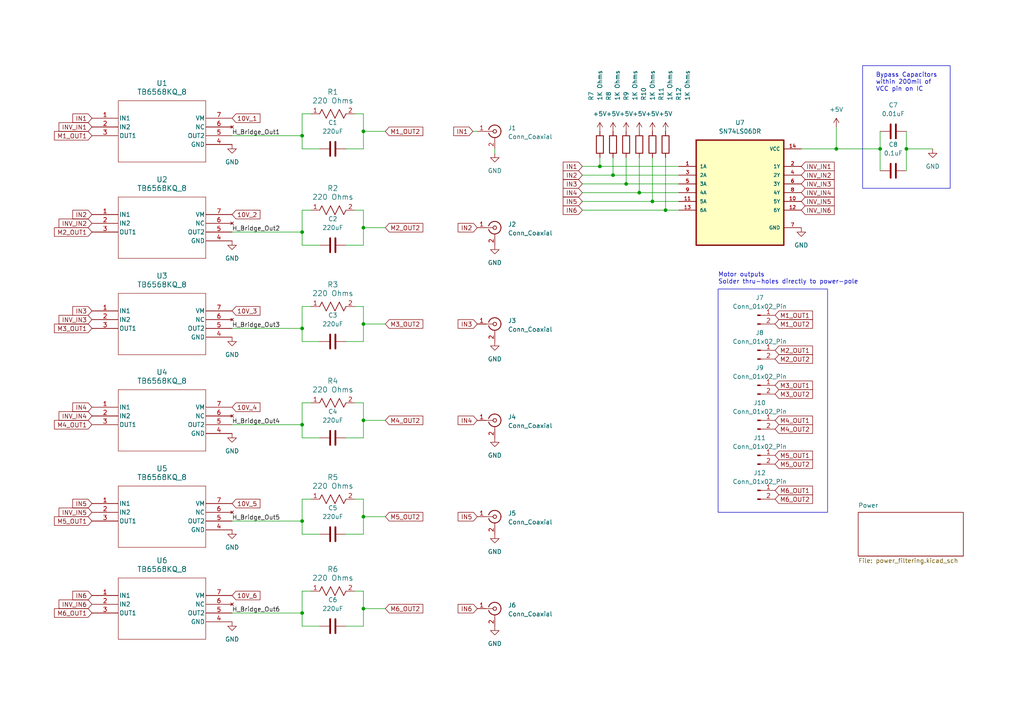
<source format=kicad_sch>
(kicad_sch (version 20230121) (generator eeschema)
  (paper "A4")
  (title_block (title "ShutterDriver_v2.0 Motor Driver and Logic") (date "2023-12-06") (rev "1") (company "Saffman Group at UW-Madison") (comment 1 "Arian Noori"))
  (lib_symbols
    (symbol "2023-10-27_21-47-43:TB6568KQ_8" (pin_names (offset 0.254))
      (property "Reference" "U" (at 20.32 10.16 0))
      (property "Value" "TB6568KQ_8" (at 20.32 7.62 0))
      (symbol "TB6568KQ_8_0_1"
        (polyline (pts (xy 7.62 -12.7) (xy 33.02 -12.7)) (stroke (width 0.127)))
        (polyline (pts (xy 7.62 5.08) (xy 7.62 -12.7)) (stroke (width 0.127)))
        (polyline (pts (xy 33.02 -12.7) (xy 33.02 5.08)) (stroke (width 0.127)))
        (polyline (pts (xy 33.02 5.08) (xy 7.62 5.08)) (stroke (width 0.127)))
        (pin input line (at 0 0 0) (length 7.62) (name "IN1") (number "1"))
        (pin input line (at 0 -2.54 0) (length 7.62) (name "IN2") (number "2"))
        (pin output line (at 0 -5.08 0) (length 7.62) (name "OUT1") (number "3"))
        (pin output line (at 40.64 -5.08 180) (length 7.62) (name "OUT2") (number "5"))
        (pin no_connect line (at 40.64 -2.54 180) (length 7.62) (name "NC") (number "6"))
        (pin power_in line (at 40.64 0 180) (length 7.62) (name "VM") (number "7"))
      )
      (symbol "TB6568KQ_8_1_1"
        (pin power_in line (at 40.64 -7.62 180) (length 7.62) (name "GND") (number "4"))
      )
    )
    (symbol "2023-10-27_21-48-46:FMP200FRF52-220R" (pin_names (offset 0.254))
      (property "Reference" "R" (at 5.715 3.81 0))
      (property "Value" "FMP200FRF52-220R" (at 6.35 -3.81 0))
      (symbol "FMP200FRF52-220R_1_1"
        (polyline (pts (xy 2.54 0) (xy 3.175 1.27)) (stroke (width 0.2032)))
        (polyline (pts (xy 3.175 1.27) (xy 4.445 -1.27)) (stroke (width 0.2032)))
        (polyline (pts (xy 4.445 -1.27) (xy 5.715 1.27)) (stroke (width 0.2032)))
        (polyline (pts (xy 5.715 1.27) (xy 6.985 -1.27)) (stroke (width 0.2032)))
        (polyline (pts (xy 6.985 -1.27) (xy 8.255 1.27)) (stroke (width 0.2032)))
        (polyline (pts (xy 8.255 1.27) (xy 9.525 -1.27)) (stroke (width 0.2032)))
        (polyline (pts (xy 9.525 -1.27) (xy 10.16 0)) (stroke (width 0.2032)))
        (pin passive line (at 0 0 0) (length 2.54) (name "") (number "1"))
        (pin passive line (at 12.7 0 180) (length 2.54) (name "") (number "2"))
      )
      (symbol "FMP200FRF52-220R_1_2"
        (polyline (pts (xy -1.27 3.175) (xy 1.27 4.445)) (stroke (width 0.2032)))
        (polyline (pts (xy -1.27 5.715) (xy 1.27 6.985)) (stroke (width 0.2032)))
        (polyline (pts (xy -1.27 8.255) (xy 1.27 9.525)) (stroke (width 0.2032)))
        (polyline (pts (xy 0 2.54) (xy -1.27 3.175)) (stroke (width 0.2032)))
        (polyline (pts (xy 1.27 4.445) (xy -1.27 5.715)) (stroke (width 0.2032)))
        (polyline (pts (xy 1.27 6.985) (xy -1.27 8.255)) (stroke (width 0.2032)))
        (polyline (pts (xy 1.27 9.525) (xy 0 10.16)) (stroke (width 0.2032)))
        (pin unspecified line (at 0 12.7 270) (length 2.54) (name "") (number "1"))
        (pin unspecified line (at 0 0 90) (length 2.54) (name "") (number "2"))
      )
    )
    (symbol "Connector:Conn_01x02_Pin" (pin_names (offset 1.016) hide)
      (property "Reference" "J" (at 0 2.54 0))
      (property "Value" "Conn_01x02_Pin" (at 0 -5.08 0))
      (symbol "Conn_01x02_Pin_1_1"
        (polyline (pts (xy 1.27 -2.54) (xy 0.8636 -2.54)) (stroke (width 0.1524)))
        (polyline (pts (xy 1.27 0) (xy 0.8636 0)) (stroke (width 0.1524)))
        (rectangle (start 0.8636 -2.413) (end 0 -2.667) (stroke (width 0.1524)) (fill (type outline)))
        (rectangle (start 0.8636 0.127) (end 0 -0.127) (stroke (width 0.1524)) (fill (type outline)))
        (pin passive line (at 5.08 0 180) (length 3.81) (name "Pin_1") (number "1"))
        (pin passive line (at 5.08 -2.54 180) (length 3.81) (name "Pin_2") (number "2"))
      )
    )
    (symbol "Connector:Conn_Coaxial" (pin_names (offset 1.016) hide)
      (property "Reference" "J" (at 0.254 3.048 0))
      (property "Value" "Conn_Coaxial" (at 2.921 0 90))
      (symbol "Conn_Coaxial_0_1"
        (arc (start -1.778 -0.508) (mid 0.2311 -1.8066) (end 1.778 0) (stroke (width 0.254)))
        (polyline (pts (xy -2.54 0) (xy -0.508 0)))
        (polyline (pts (xy 0 -2.54) (xy 0 -1.778)))
        (circle (center 0 0) (radius 0.508) (stroke (width 0.2032)))
        (arc (start 1.778 0) (mid 0.2099 1.8101) (end -1.778 0.508) (stroke (width 0.254)))
      )
      (symbol "Conn_Coaxial_1_1"
        (pin passive line (at -5.08 0 0) (length 2.54) (name "In") (number "1"))
        (pin passive line (at 0 -5.08 90) (length 2.54) (name "Ext") (number "2"))
      )
    )
    (symbol "Device:C" (pin_numbers hide) (pin_names (offset 0.254))
      (property "Reference" "C" (at 0.635 2.54 0))
      (property "Value" "C" (at 0.635 -2.54 0))
      (symbol "C_0_1"
        (polyline (pts (xy -2.032 -0.762) (xy 2.032 -0.762)) (stroke (width 0.508)))
        (polyline (pts (xy -2.032 0.762) (xy 2.032 0.762)) (stroke (width 0.508)))
      )
      (symbol "C_1_1"
        (pin passive line (at 0 3.81 270) (length 2.794) (name "~") (number "1"))
        (pin passive line (at 0 -3.81 90) (length 2.794) (name "~") (number "2"))
      )
    )
    (symbol "Device:R" (pin_numbers hide) (pin_names (offset 0))
      (property "Reference" "R" (at 2.032 0 90))
      (property "Value" "R" (at 0 0 90))
      (symbol "R_0_1"
        (rectangle (start -1.016 -2.54) (end 1.016 2.54) (stroke (width 0.254)))
      )
      (symbol "R_1_1"
        (pin passive line (at 0 3.81 270) (length 1.27) (name "~") (number "1"))
        (pin passive line (at 0 -3.81 90) (length 1.27) (name "~") (number "2"))
      )
    )
    (symbol "SN74LS06DR:SN74LS06DR" (pin_names (offset 1.016))
      (property "Reference" "U" (at -12.7 16.24 0))
      (property "Value" "SN74LS06DR" (at -12.7 -19.24 0))
      (symbol "SN74LS06DR_0_0"
        (rectangle (start -12.7 -15.24) (end 12.7 15.24) (stroke (width 0.41)) (fill (type background)))
        (pin input line (at -17.78 7.62 0) (length 5.08) (name "1A") (number "1"))
        (pin output line (at 17.78 -2.54 180) (length 5.08) (name "5Y") (number "10"))
        (pin input line (at -17.78 -2.54 0) (length 5.08) (name "5A") (number "11"))
        (pin output line (at 17.78 -5.08 180) (length 5.08) (name "6Y") (number "12"))
        (pin input line (at -17.78 -5.08 0) (length 5.08) (name "6A") (number "13"))
        (pin power_in line (at 17.78 12.7 180) (length 5.08) (name "VCC") (number "14"))
        (pin output line (at 17.78 7.62 180) (length 5.08) (name "1Y") (number "2"))
        (pin input line (at -17.78 5.08 0) (length 5.08) (name "2A") (number "3"))
        (pin output line (at 17.78 5.08 180) (length 5.08) (name "2Y") (number "4"))
        (pin input line (at -17.78 2.54 0) (length 5.08) (name "3A") (number "5"))
        (pin output line (at 17.78 2.54 180) (length 5.08) (name "3Y") (number "6"))
        (pin power_in line (at 17.78 -10.16 180) (length 5.08) (name "GND") (number "7"))
        (pin output line (at 17.78 0 180) (length 5.08) (name "4Y") (number "8"))
        (pin input line (at -17.78 0 0) (length 5.08) (name "4A") (number "9"))
      )
    )
    (symbol "power:+5V" (power) (pin_names (offset 0))
      (property "Value" "+5V" (at 0 3.556 0))
      (symbol "+5V_0_1"
        (polyline (pts (xy -0.762 1.27) (xy 0 2.54)))
        (polyline (pts (xy 0 0) (xy 0 2.54)))
        (polyline (pts (xy 0 2.54) (xy 0.762 1.27)))
      )
      (symbol "+5V_1_1"
        (pin power_in line (at 0 0 90) (length 0) hide (name "+5V") (number "1"))
      )
    )
    (symbol "power:GND" (power) (pin_names (offset 0))
      (property "Value" "GND" (at 0 -3.81 0))
      (symbol "GND_0_1"
        (polyline (pts (xy 0 0) (xy 0 -1.27) (xy 1.27 -1.27) (xy 0 -2.54) (xy -1.27 -1.27) (xy 0 -1.27)))
      )
      (symbol "GND_1_1"
        (pin power_in line (at 0 0 270) (length 0) hide (name "GND") (number "1"))
      )
    )
  )
  (junction (at 105.41 66.04))
  (junction (at 193.04 60.96))
  (junction (at 87.63 67.31))
  (junction (at 262.89 43.18))
  (junction (at 87.63 151.13))
  (junction (at 242.57 43.18))
  (junction (at 105.41 149.86))
  (junction (at 87.63 39.37))
  (junction (at 105.41 176.53))
  (junction (at 255.27 43.18))
  (junction (at 87.63 177.8))
  (junction (at 105.41 121.92))
  (junction (at 181.61 53.34))
  (junction (at 173.99 48.26))
  (junction (at 87.63 95.25))
  (junction (at 105.41 93.98))
  (junction (at 105.41 38.1))
  (junction (at 87.63 123.19))
  (junction (at 185.42 55.88))
  (junction (at 189.23 58.42))
  (junction (at 177.8 50.8))
  (wire (pts (xy 92.71 71.12) (xy 87.63 71.12)))
  (wire (pts (xy 185.42 45.72) (xy 185.42 55.88)))
  (wire (pts (xy 262.89 43.18) (xy 270.51 43.18)))
  (wire (pts (xy 100.33 71.12) (xy 105.41 71.12)))
  (wire (pts (xy 105.41 88.9) (xy 105.41 93.98)))
  (wire (pts (xy 137.16 38.1) (xy 138.43 38.1)))
  (wire (pts (xy 87.63 144.78) (xy 87.63 151.13)))
  (wire (pts (xy 168.91 55.88) (xy 185.42 55.88)))
  (wire (pts (xy 105.41 66.04) (xy 111.76 66.04)))
  (wire (pts (xy 87.63 144.78) (xy 90.17 144.78)))
  (wire (pts (xy 67.31 39.37) (xy 87.63 39.37)))
  (wire (pts (xy 87.63 67.31) (xy 87.63 71.12)))
  (wire (pts (xy 173.99 48.26) (xy 196.85 48.26)))
  (wire (pts (xy 262.89 43.18) (xy 262.89 49.53)))
  (wire (pts (xy 242.57 43.18) (xy 255.27 43.18)))
  (wire (pts (xy 67.31 95.25) (xy 87.63 95.25)))
  (wire (pts (xy 87.63 177.8) (xy 87.63 181.61)))
  (wire (pts (xy 105.41 176.53) (xy 111.76 176.53)))
  (wire (pts (xy 105.41 60.96) (xy 105.41 66.04)))
  (wire (pts (xy 102.87 116.84) (xy 105.41 116.84)))
  (wire (pts (xy 67.31 123.19) (xy 87.63 123.19)))
  (wire (pts (xy 87.63 171.45) (xy 90.17 171.45)))
  (wire (pts (xy 102.87 171.45) (xy 105.41 171.45)))
  (wire (pts (xy 87.63 116.84) (xy 90.17 116.84)))
  (wire (pts (xy 92.71 43.18) (xy 87.63 43.18)))
  (wire (pts (xy 255.27 38.1) (xy 255.27 43.18)))
  (wire (pts (xy 67.31 151.13) (xy 87.63 151.13)))
  (wire (pts (xy 87.63 33.02) (xy 90.17 33.02)))
  (wire (pts (xy 87.63 33.02) (xy 87.63 39.37)))
  (wire (pts (xy 262.89 38.1) (xy 262.89 43.18)))
  (wire (pts (xy 181.61 45.72) (xy 181.61 53.34)))
  (wire (pts (xy 105.41 149.86) (xy 111.76 149.86)))
  (wire (pts (xy 87.63 123.19) (xy 87.63 127)))
  (wire (pts (xy 177.8 45.72) (xy 177.8 50.8)))
  (wire (pts (xy 181.61 53.34) (xy 196.85 53.34)))
  (wire (pts (xy 168.91 48.26) (xy 173.99 48.26)))
  (wire (pts (xy 168.91 50.8) (xy 177.8 50.8)))
  (wire (pts (xy 143.51 44.45) (xy 143.51 43.18)))
  (wire (pts (xy 102.87 144.78) (xy 105.41 144.78)))
  (wire (pts (xy 193.04 60.96) (xy 196.85 60.96)))
  (wire (pts (xy 105.41 33.02) (xy 105.41 38.1)))
  (wire (pts (xy 100.33 43.18) (xy 105.41 43.18)))
  (wire (pts (xy 105.41 121.92) (xy 111.76 121.92)))
  (wire (pts (xy 168.91 60.96) (xy 193.04 60.96)))
  (wire (pts (xy 105.41 176.53) (xy 105.41 181.61)))
  (wire (pts (xy 185.42 55.88) (xy 196.85 55.88)))
  (wire (pts (xy 100.33 99.06) (xy 105.41 99.06)))
  (wire (pts (xy 177.8 50.8) (xy 196.85 50.8)))
  (wire (pts (xy 105.41 144.78) (xy 105.41 149.86)))
  (wire (pts (xy 67.31 177.8) (xy 87.63 177.8)))
  (wire (pts (xy 102.87 33.02) (xy 105.41 33.02)))
  (wire (pts (xy 102.87 60.96) (xy 105.41 60.96)))
  (wire (pts (xy 105.41 171.45) (xy 105.41 176.53)))
  (wire (pts (xy 193.04 45.72) (xy 193.04 60.96)))
  (wire (pts (xy 105.41 38.1) (xy 105.41 43.18)))
  (wire (pts (xy 105.41 93.98) (xy 105.41 99.06)))
  (wire (pts (xy 105.41 149.86) (xy 105.41 154.94)))
  (wire (pts (xy 92.71 181.61) (xy 87.63 181.61)))
  (wire (pts (xy 168.91 53.34) (xy 181.61 53.34)))
  (wire (pts (xy 87.63 39.37) (xy 87.63 43.18)))
  (wire (pts (xy 87.63 60.96) (xy 90.17 60.96)))
  (wire (pts (xy 102.87 88.9) (xy 105.41 88.9)))
  (wire (pts (xy 87.63 88.9) (xy 90.17 88.9)))
  (wire (pts (xy 189.23 45.72) (xy 189.23 58.42)))
  (wire (pts (xy 87.63 116.84) (xy 87.63 123.19)))
  (wire (pts (xy 189.23 58.42) (xy 196.85 58.42)))
  (wire (pts (xy 105.41 93.98) (xy 111.76 93.98)))
  (wire (pts (xy 92.71 154.94) (xy 87.63 154.94)))
  (wire (pts (xy 255.27 43.18) (xy 255.27 49.53)))
  (wire (pts (xy 92.71 127) (xy 87.63 127)))
  (wire (pts (xy 87.63 60.96) (xy 87.63 67.31)))
  (wire (pts (xy 168.91 58.42) (xy 189.23 58.42)))
  (wire (pts (xy 87.63 151.13) (xy 87.63 154.94)))
  (wire (pts (xy 100.33 127) (xy 105.41 127)))
  (wire (pts (xy 92.71 99.06) (xy 87.63 99.06)))
  (wire (pts (xy 105.41 121.92) (xy 105.41 127)))
  (wire (pts (xy 67.31 67.31) (xy 87.63 67.31)))
  (wire (pts (xy 173.99 45.72) (xy 173.99 48.26)))
  (wire (pts (xy 87.63 171.45) (xy 87.63 177.8)))
  (wire (pts (xy 105.41 66.04) (xy 105.41 71.12)))
  (wire (pts (xy 100.33 154.94) (xy 105.41 154.94)))
  (wire (pts (xy 105.41 116.84) (xy 105.41 121.92)))
  (wire (pts (xy 87.63 95.25) (xy 87.63 99.06)))
  (wire (pts (xy 105.41 38.1) (xy 111.76 38.1)))
  (wire (pts (xy 87.63 88.9) (xy 87.63 95.25)))
  (wire (pts (xy 100.33 181.61) (xy 105.41 181.61)))
  (wire (pts (xy 242.57 36.83) (xy 242.57 43.18)))
  (wire (pts (xy 232.41 43.18) (xy 242.57 43.18)))
  (rectangle (start 208.28 83.82) (end 240.03 148.59))
  (rectangle (start 250.19 19.05) (end 275.59 54.61))
  (text "Bypass Capacitors\nwithin 200mil of\nVCC pin on IC" (at 254 26.67 0) (effects (font (size 1.27 1.27)) (justify left bottom)))
  (text "Motor outputs\nSolder thru-holes directly to power-pole" (at 208.28 82.55 0) (effects (font (size 1.27 1.27)) (justify left bottom)))
  (label "H_Bridge_Out2" (at 67.31 67.31 0))
  (label "H_Bridge_Out5" (at 67.31 151.13 0))
  (label "H_Bridge_Out1" (at 67.31 39.37 0))
  (label "H_Bridge_Out6" (at 67.31 177.8 0))
  (label "H_Bridge_Out4" (at 67.31 123.19 0))
  (label "H_Bridge_Out3" (at 67.31 95.25 0))
  (global_label "IN4" (shape input) (at 26.67 118.11 180) (property "Intersheetrefs" "${INTERSHEET_REFS}" (effects hide)))
  (global_label "M2_OUT1" (shape input) (at 26.67 67.31 180) (property "Intersheetrefs" "${INTERSHEET_REFS}" (effects hide)))
  (global_label "10V_6" (shape input) (at 67.31 172.72 0) (property "Intersheetrefs" "${INTERSHEET_REFS}" (effects hide)))
  (global_label "M4_OUT1" (shape input) (at 26.67 123.19 180) (property "Intersheetrefs" "${INTERSHEET_REFS}" (effects hide)))
  (global_label "M6_OUT1" (shape input) (at 224.79 142.24 0) (property "Intersheetrefs" "${INTERSHEET_REFS}" (effects hide)))
  (global_label "10V_1" (shape input) (at 67.31 34.29 0) (property "Intersheetrefs" "${INTERSHEET_REFS}" (effects hide)))
  (global_label "M1_OUT1" (shape input) (at 224.79 91.44 0) (property "Intersheetrefs" "${INTERSHEET_REFS}" (effects hide)))
  (global_label "IN1" (shape input) (at 168.91 48.26 180) (property "Intersheetrefs" "${INTERSHEET_REFS}" (effects hide)))
  (global_label "IN2" (shape input) (at 138.43 66.04 180) (property "Intersheetrefs" "${INTERSHEET_REFS}" (effects hide)))
  (global_label "M1_OUT2" (shape input) (at 224.79 93.98 0) (property "Intersheetrefs" "${INTERSHEET_REFS}" (effects hide)))
  (global_label "IN3" (shape input) (at 168.91 53.34 180) (property "Intersheetrefs" "${INTERSHEET_REFS}" (effects hide)))
  (global_label "IN3" (shape input) (at 138.43 93.98 180) (property "Intersheetrefs" "${INTERSHEET_REFS}" (effects hide)))
  (global_label "IN5" (shape input) (at 138.43 149.86 180) (property "Intersheetrefs" "${INTERSHEET_REFS}" (effects hide)))
  (global_label "IN3" (shape input) (at 26.67 90.17 180) (property "Intersheetrefs" "${INTERSHEET_REFS}" (effects hide)))
  (global_label "M1_OUT1" (shape input) (at 26.67 39.37 180) (property "Intersheetrefs" "${INTERSHEET_REFS}" (effects hide)))
  (global_label "INV_IN1" (shape input) (at 232.41 48.26 0) (property "Intersheetrefs" "${INTERSHEET_REFS}" (effects hide)))
  (global_label "IN6" (shape input) (at 26.67 172.72 180) (property "Intersheetrefs" "${INTERSHEET_REFS}" (effects hide)))
  (global_label "INV_IN4" (shape input) (at 26.67 120.65 180) (property "Intersheetrefs" "${INTERSHEET_REFS}" (effects hide)))
  (global_label "INV_IN5" (shape input) (at 232.41 58.42 0) (property "Intersheetrefs" "${INTERSHEET_REFS}" (effects hide)))
  (global_label "M5_OUT2" (shape input) (at 111.76 149.86 0) (property "Intersheetrefs" "${INTERSHEET_REFS}" (effects hide)))
  (global_label "10V_3" (shape input) (at 67.31 90.17 0) (property "Intersheetrefs" "${INTERSHEET_REFS}" (effects hide)))
  (global_label "IN1" (shape input) (at 26.67 34.29 180) (property "Intersheetrefs" "${INTERSHEET_REFS}" (effects hide)))
  (global_label "INV_IN3" (shape input) (at 232.41 53.34 0) (property "Intersheetrefs" "${INTERSHEET_REFS}" (effects hide)))
  (global_label "M4_OUT1" (shape input) (at 224.79 121.92 0) (property "Intersheetrefs" "${INTERSHEET_REFS}" (effects hide)))
  (global_label "IN2" (shape input) (at 168.91 50.8 180) (property "Intersheetrefs" "${INTERSHEET_REFS}" (effects hide)))
  (global_label "M1_OUT2" (shape input) (at 111.76 38.1 0) (property "Intersheetrefs" "${INTERSHEET_REFS}" (effects hide)))
  (global_label "IN6" (shape input) (at 138.43 176.53 180) (property "Intersheetrefs" "${INTERSHEET_REFS}" (effects hide)))
  (global_label "M3_OUT2" (shape input) (at 224.79 114.3 0) (property "Intersheetrefs" "${INTERSHEET_REFS}" (effects hide)))
  (global_label "M5_OUT1" (shape input) (at 26.67 151.13 180) (property "Intersheetrefs" "${INTERSHEET_REFS}" (effects hide)))
  (global_label "M5_OUT1" (shape input) (at 224.79 132.08 0) (property "Intersheetrefs" "${INTERSHEET_REFS}" (effects hide)))
  (global_label "INV_IN2" (shape input) (at 26.67 64.77 180) (property "Intersheetrefs" "${INTERSHEET_REFS}" (effects hide)))
  (global_label "INV_IN6" (shape input) (at 232.41 60.96 0) (property "Intersheetrefs" "${INTERSHEET_REFS}" (effects hide)))
  (global_label "IN4" (shape input) (at 138.43 121.92 180) (property "Intersheetrefs" "${INTERSHEET_REFS}" (effects hide)))
  (global_label "INV_IN3" (shape input) (at 26.67 92.71 180) (property "Intersheetrefs" "${INTERSHEET_REFS}" (effects hide)))
  (global_label "INV_IN5" (shape input) (at 26.67 148.59 180) (property "Intersheetrefs" "${INTERSHEET_REFS}" (effects hide)))
  (global_label "IN6" (shape input) (at 168.91 60.96 180) (property "Intersheetrefs" "${INTERSHEET_REFS}" (effects hide)))
  (global_label "IN5" (shape input) (at 26.67 146.05 180) (property "Intersheetrefs" "${INTERSHEET_REFS}" (effects hide)))
  (global_label "M2_OUT2" (shape input) (at 111.76 66.04 0) (property "Intersheetrefs" "${INTERSHEET_REFS}" (effects hide)))
  (global_label "M6_OUT2" (shape input) (at 224.79 144.78 0) (property "Intersheetrefs" "${INTERSHEET_REFS}" (effects hide)))
  (global_label "M5_OUT2" (shape input) (at 224.79 134.62 0) (property "Intersheetrefs" "${INTERSHEET_REFS}" (effects hide)))
  (global_label "M4_OUT2" (shape input) (at 111.76 121.92 0) (property "Intersheetrefs" "${INTERSHEET_REFS}" (effects hide)))
  (global_label "M4_OUT2" (shape input) (at 224.79 124.46 0) (property "Intersheetrefs" "${INTERSHEET_REFS}" (effects hide)))
  (global_label "M3_OUT2" (shape input) (at 111.76 93.98 0) (property "Intersheetrefs" "${INTERSHEET_REFS}" (effects hide)))
  (global_label "M6_OUT1" (shape input) (at 26.67 177.8 180) (property "Intersheetrefs" "${INTERSHEET_REFS}" (effects hide)))
  (global_label "IN1" (shape input) (at 137.16 38.1 180) (property "Intersheetrefs" "${INTERSHEET_REFS}" (effects hide)))
  (global_label "10V_5" (shape input) (at 67.31 146.05 0) (property "Intersheetrefs" "${INTERSHEET_REFS}" (effects hide)))
  (global_label "M2_OUT1" (shape input) (at 224.79 101.6 0) (property "Intersheetrefs" "${INTERSHEET_REFS}" (effects hide)))
  (global_label "INV_IN1" (shape input) (at 26.67 36.83 180) (property "Intersheetrefs" "${INTERSHEET_REFS}" (effects hide)))
  (global_label "INV_IN4" (shape input) (at 232.41 55.88 0) (property "Intersheetrefs" "${INTERSHEET_REFS}" (effects hide)))
  (global_label "10V_4" (shape input) (at 67.31 118.11 0) (property "Intersheetrefs" "${INTERSHEET_REFS}" (effects hide)))
  (global_label "INV_IN6" (shape input) (at 26.67 175.26 180) (property "Intersheetrefs" "${INTERSHEET_REFS}" (effects hide)))
  (global_label "M3_OUT1" (shape input) (at 224.79 111.76 0) (property "Intersheetrefs" "${INTERSHEET_REFS}" (effects hide)))
  (global_label "IN4" (shape input) (at 168.91 55.88 180) (property "Intersheetrefs" "${INTERSHEET_REFS}" (effects hide)))
  (global_label "INV_IN2" (shape input) (at 232.41 50.8 0) (property "Intersheetrefs" "${INTERSHEET_REFS}" (effects hide)))
  (global_label "10V_2" (shape input) (at 67.31 62.23 0) (property "Intersheetrefs" "${INTERSHEET_REFS}" (effects hide)))
  (global_label "M2_OUT2" (shape input) (at 224.79 104.14 0) (property "Intersheetrefs" "${INTERSHEET_REFS}" (effects hide)))
  (global_label "IN5" (shape input) (at 168.91 58.42 180) (property "Intersheetrefs" "${INTERSHEET_REFS}" (effects hide)))
  (global_label "M3_OUT1" (shape input) (at 26.67 95.25 180) (property "Intersheetrefs" "${INTERSHEET_REFS}" (effects hide)))
  (global_label "M6_OUT2" (shape input) (at 111.76 176.53 0) (property "Intersheetrefs" "${INTERSHEET_REFS}" (effects hide)))
  (global_label "IN2" (shape input) (at 26.67 62.23 180) (property "Intersheetrefs" "${INTERSHEET_REFS}" (effects hide)))
  (symbol (lib_id "power:GND") (at 143.51 154.94 0) (unit 1)
    (property "Reference" "#PWR011" (effects hide))
    (property "Value" "GND" (at 143.51 160.02 0))
  )
  (symbol (lib_id "Connector:Conn_Coaxial") (at 143.51 66.04 0) (unit 1)
    (property "Reference" "J2" (at 147.32 65.0632 0) (effects (justify left)))
    (property "Value" "Conn_Coaxial" (at 147.32 67.6032 0) (effects (justify left)))
    (property "Footprint" "CONBNC002:LINX_CONBNC002" (effects hide))
    (property "Datasheet" " ~" (effects hide))
    (property "Part Number" "CONBNC002" (effects hide))
  )
  (symbol (lib_id "Connector:Conn_01x02_Pin") (at 219.71 111.76 0) (unit 1)
    (property "Reference" "J9" (at 220.345 106.68 0))
    (property "Value" "Conn_01x02_Pin" (at 220.345 109.22 0))
    (property "Footprint" "Connector_Molex:Molex_KK-396_A-41791-0002_1x02_P3.96mm_Vertical" (effects hide))
    (property "Datasheet" "https://www.digikey.com/en/products/detail/molex/0026604020/88712?s=N4IgTCBcDa4GxwAwBZFkSAugXyA" (effects hide))
  )
  (symbol (lib_id "2023-10-27_21-47-43:TB6568KQ_8") (at 26.67 34.29 0) (unit 1)
    (property "Reference" "U1" (at 46.99 24.13 0) (effects (font (size 1.524 1.524))))
    (property "Value" "TB6568KQ_8" (at 46.99 26.67 0) (effects (font (size 1.524 1.524))))
    (property "Footprint" "HSIP7-P-2p54A_TOS" (effects hide))
    (property "Datasheet" "https://www.digikey.com/en/products/detail/toshiba-semiconductor-and-storage/TB6568KQ-8/3671309?s=N4IgTCBcDaICoCEBsBWJAOA0gRQPrpAF0BfIA" (effects hide))
  )
  (symbol (lib_id "Device:R") (at 189.23 41.91 0) (unit 1)
    (property "Reference" "R10" (at 186.69 29.21 90) (effects (justify left)))
    (property "Value" "1K Ohms" (at 189.23 29.21 90) (effects (justify left)))
    (property "Footprint" "Resistor_SMD:R_0805_2012Metric_Pad1.20x1.40mm_HandSolder" (effects hide))
    (property "Datasheet" "https://www.digikey.com/en/products/detail/yageo/RC0805FR-7W1KL/12698830" (effects hide))
  )
  (symbol (lib_id "Device:R") (at 193.04 41.91 0) (unit 1)
    (property "Reference" "R8" (at 176.53 29.21 90) (effects (justify left)))
    (property "Value" "1K Ohms" (at 179.07 29.21 90) (effects (justify left)))
    (property "Footprint" "Resistor_SMD:R_0805_2012Metric_Pad1.20x1.40mm_HandSolder" (effects hide))
    (property "Datasheet" "https://www.digikey.com/en/products/detail/yageo/RC0805FR-7W1KL/12698830" (effects hide))
  )
  (symbol (lib_id "Connector:Conn_01x02_Pin") (at 219.71 101.6 0) (unit 1)
    (property "Reference" "J8" (at 220.345 96.52 0))
    (property "Value" "Conn_01x02_Pin" (at 220.345 99.06 0))
    (property "Footprint" "Connector_Molex:Molex_KK-396_A-41791-0002_1x02_P3.96mm_Vertical" (effects hide))
    (property "Datasheet" "https://www.digikey.com/en/products/detail/molex/0026604020/88712?s=N4IgTCBcDa4GxwAwBZFkSAugXyA" (effects hide))
  )
  (symbol (lib_id "2023-10-27_21-48-46:FMP200FRF52-220R") (at 90.17 60.96 0) (unit 1)
    (property "Reference" "R2" (at 96.52 54.61 0) (effects (font (size 1.524 1.524))))
    (property "Value" "220 Ohms" (at 96.52 57.15 0) (effects (font (size 1.524 1.524))))
    (property "Footprint" "FMP200FRF52_220R:YAG_FMP200_YAG" (effects hide))
    (property "Datasheet" "FMP200FRF52-220R" (effects hide))
  )
  (symbol (lib_id "power:+5V") (at 189.23 38.1 0) (unit 1)
    (property "Reference" "#PWR043" (effects hide))
    (property "Value" "+5V" (at 189.23 33.02 0))
  )
  (symbol (lib_id "Connector:Conn_01x02_Pin") (at 219.71 91.44 0) (unit 1)
    (property "Reference" "J7" (at 220.345 86.36 0))
    (property "Value" "Conn_01x02_Pin" (at 220.345 88.9 0))
    (property "Footprint" "Connector_Molex:Molex_KK-396_A-41791-0002_1x02_P3.96mm_Vertical" (effects hide))
    (property "Datasheet" "https://www.digikey.com/en/products/detail/molex/0026604020/88712?s=N4IgTCBcDa4GxwAwBZFkSAugXyA" (effects hide))
  )
  (symbol (lib_id "power:GND") (at 67.31 41.91 0) (unit 1)
    (property "Reference" "#PWR01" (effects hide))
    (property "Value" "GND" (at 67.31 46.99 0))
  )
  (symbol (lib_id "power:+5V") (at 193.04 38.1 0) (unit 1)
    (property "Reference" "#PWR044" (effects hide))
    (property "Value" "+5V" (at 193.04 33.02 0))
  )
  (symbol (lib_id "Device:C") (at 259.08 49.53 90) (unit 1)
    (property "Reference" "C8" (at 259.08 41.91 90))
    (property "Value" "0.1uF" (at 259.08 44.45 90))
    (property "Footprint" "Capacitor_SMD:C_0805_2012Metric_Pad1.18x1.45mm_HandSolder" (effects hide))
    (property "Part Number" "CL21B104KCFNNNE" (effects hide))
    (property "Link" "https://www.digikey.com/en/products/detail/samsung-electro-mechanics/CL21B104KCFNNNE/5961324" (effects hide))
  )
  (symbol (lib_id "2023-10-27_21-47-43:TB6568KQ_8") (at 26.67 90.17 0) (unit 1)
    (property "Reference" "U3" (at 46.99 80.01 0) (effects (font (size 1.524 1.524))))
    (property "Value" "TB6568KQ_8" (at 46.99 82.55 0) (effects (font (size 1.524 1.524))))
    (property "Footprint" "HSIP7-P-2p54A_TOS" (effects hide))
    (property "Datasheet" "TB6568KQ_8" (effects hide))
  )
  (symbol (lib_id "power:+5V") (at 181.61 38.1 0) (unit 1)
    (property "Reference" "#PWR041" (effects hide))
    (property "Value" "+5V" (at 181.61 33.02 0))
  )
  (symbol (lib_id "Device:C") (at 96.52 127 90) (unit 1)
    (property "Reference" "C4" (at 96.52 119.38 90))
    (property "Value" "220uF" (at 96.52 121.92 90))
    (property "Footprint" "Capacitor_THT:CP_Radial_D10.0mm_P5.00mm" (effects hide))
    (property "Datasheet" "https://www.digikey.com/en/products/detail/panasonic-electronic-components/ECE-A1EN221U/227622" (effects hide))
    (property "Part Number" "ECE-A1EN221U" (effects hide))
  )
  (symbol (lib_id "Connector:Conn_Coaxial") (at 143.51 93.98 0) (unit 1)
    (property "Reference" "J3" (at 147.32 93.0032 0) (effects (justify left)))
    (property "Value" "Conn_Coaxial" (at 147.32 95.5432 0) (effects (justify left)))
    (property "Footprint" "CONBNC002:LINX_CONBNC002" (effects hide))
    (property "Datasheet" " ~" (effects hide))
    (property "Part Number" "CONBNC002" (effects hide))
  )
  (symbol (lib_id "Device:R") (at 185.42 41.91 0) (unit 1)
    (property "Reference" "R9" (at 181.61 29.21 90) (effects (justify left)))
    (property "Value" "1K Ohms" (at 184.15 29.21 90) (effects (justify left)))
    (property "Footprint" "Resistor_SMD:R_0805_2012Metric_Pad1.20x1.40mm_HandSolder" (effects hide))
    (property "Datasheet" "https://www.digikey.com/en/products/detail/yageo/RC0805FR-7W1KL/12698830" (effects hide))
  )
  (symbol (lib_id "power:GND") (at 143.51 71.12 0) (unit 1)
    (property "Reference" "#PWR08" (effects hide))
    (property "Value" "GND" (at 143.51 76.2 0))
  )
  (symbol (lib_id "power:GND") (at 67.31 125.73 0) (unit 1)
    (property "Reference" "#PWR04" (effects hide))
    (property "Value" "GND" (at 67.31 130.81 0))
  )
  (symbol (lib_id "power:GND") (at 232.41 66.04 0) (unit 1)
    (property "Reference" "#PWR013" (effects hide))
    (property "Value" "GND" (at 232.41 71.12 0))
  )
  (symbol (lib_id "power:+5V") (at 185.42 38.1 0) (unit 1)
    (property "Reference" "#PWR042" (effects hide))
    (property "Value" "+5V" (at 185.42 33.02 0))
  )
  (symbol (lib_id "Device:R") (at 173.99 41.91 0) (unit 1)
    (property "Reference" "R11" (at 191.77 29.21 90) (effects (justify left)))
    (property "Value" "1K Ohms" (at 194.31 29.21 90) (effects (justify left)))
    (property "Footprint" "Resistor_SMD:R_0805_2012Metric_Pad1.20x1.40mm_HandSolder" (effects hide))
    (property "Datasheet" "https://www.digikey.com/en/products/detail/yageo/RC0805FR-7W1KL/12698830" (effects hide))
  )
  (symbol (lib_id "Device:C") (at 259.08 38.1 90) (unit 1)
    (property "Reference" "C7" (at 259.08 30.48 90))
    (property "Value" "0.01uF" (at 259.08 33.02 90))
    (property "Footprint" "Capacitor_SMD:C_0805_2012Metric_Pad1.18x1.45mm_HandSolder" (effects hide))
    (property "Part Number" "CL21B103KCANNNC" (effects hide))
    (property "Link" "https://www.digikey.com/en/products/detail/samsung-electro-mechanics/CL21B103KCANNNC/3886907" (effects hide))
  )
  (symbol (lib_id "Device:R") (at 181.61 41.91 0) (unit 1)
    (property "Reference" "R12" (at 196.85 29.21 90) (effects (justify left)))
    (property "Value" "1K Ohms" (at 199.39 29.21 90) (effects (justify left)))
    (property "Footprint" "Resistor_SMD:R_0805_2012Metric_Pad1.20x1.40mm_HandSolder" (effects hide))
    (property "Datasheet" "https://www.digikey.com/en/products/detail/yageo/RC0805FR-7W1KL/12698830" (effects hide))
  )
  (symbol (lib_id "power:GND") (at 67.31 69.85 0) (unit 1)
    (property "Reference" "#PWR02" (effects hide))
    (property "Value" "GND" (at 67.31 74.93 0))
  )
  (symbol (lib_id "2023-10-27_21-47-43:TB6568KQ_8") (at 26.67 172.72 0) (unit 1)
    (property "Reference" "U6" (at 46.99 162.56 0) (effects (font (size 1.524 1.524))))
    (property "Value" "TB6568KQ_8" (at 46.99 165.1 0) (effects (font (size 1.524 1.524))))
    (property "Footprint" "HSIP7-P-2p54A_TOS" (effects hide))
    (property "Datasheet" "TB6568KQ_8" (effects hide))
  )
  (symbol (lib_id "Connector:Conn_Coaxial") (at 143.51 121.92 0) (unit 1)
    (property "Reference" "J4" (at 147.32 120.9432 0) (effects (justify left)))
    (property "Value" "Conn_Coaxial" (at 147.32 123.4832 0) (effects (justify left)))
    (property "Footprint" "CONBNC002:LINX_CONBNC002" (effects hide))
    (property "Datasheet" " ~" (effects hide))
    (property "Part Number" "CONBNC002" (effects hide))
  )
  (symbol (lib_id "power:GND") (at 67.31 153.67 0) (unit 1)
    (property "Reference" "#PWR05" (effects hide))
    (property "Value" "GND" (at 67.31 158.75 0))
  )
  (symbol (lib_id "2023-10-27_21-48-46:FMP200FRF52-220R") (at 90.17 88.9 0) (unit 1)
    (property "Reference" "R3" (at 96.52 82.55 0) (effects (font (size 1.524 1.524))))
    (property "Value" "220 Ohms" (at 96.52 85.09 0) (effects (font (size 1.524 1.524))))
    (property "Footprint" "FMP200FRF52_220R:YAG_FMP200_YAG" (effects hide))
    (property "Datasheet" "FMP200FRF52-220R" (effects hide))
  )
  (symbol (lib_id "Device:C") (at 96.52 43.18 90) (unit 1)
    (property "Reference" "C1" (at 96.52 35.56 90))
    (property "Value" "220uF" (at 96.52 38.1 90))
    (property "Footprint" "Capacitor_THT:CP_Radial_D10.0mm_P5.00mm" (effects hide))
    (property "Datasheet" "https://www.digikey.com/en/products/detail/panasonic-electronic-components/ECE-A1EN221U/227622" (effects hide))
    (property "Part Number" "ECE-A1EN221U" (effects hide))
  )
  (symbol (lib_id "power:+5V") (at 177.8 38.1 0) (unit 1)
    (property "Reference" "#PWR040" (effects hide))
    (property "Value" "+5V" (at 177.8 33.02 0))
  )
  (symbol (lib_id "power:+5V") (at 173.99 38.1 0) (unit 1)
    (property "Reference" "#PWR039" (effects hide))
    (property "Value" "+5V" (at 173.99 33.02 0))
  )
  (symbol (lib_id "power:GND") (at 143.51 127 0) (unit 1)
    (property "Reference" "#PWR010" (effects hide))
    (property "Value" "GND" (at 143.51 132.08 0))
  )
  (symbol (lib_id "Device:C") (at 96.52 99.06 90) (unit 1)
    (property "Reference" "C3" (at 96.52 91.44 90))
    (property "Value" "220uF" (at 96.52 93.98 90))
    (property "Footprint" "Capacitor_THT:CP_Radial_D10.0mm_P5.00mm" (effects hide))
    (property "Datasheet" "https://www.digikey.com/en/products/detail/panasonic-electronic-components/ECE-A1EN221U/227622" (effects hide))
    (property "Part Number" "ECE-A1EN221U" (effects hide))
  )
  (symbol (lib_id "SN74LS06DR:SN74LS06DR") (at 214.63 55.88 0) (unit 1)
    (property "Reference" "U7" (at 214.63 35.56 0))
    (property "Value" "SN74LS06DR" (at 214.63 38.1 0))
    (property "Footprint" "SN74LS06DR:SOIC127P600X175-14N" (effects hide))
  )
  (symbol (lib_id "power:GND") (at 67.31 180.34 0) (unit 1)
    (property "Reference" "#PWR06" (effects hide))
    (property "Value" "GND" (at 67.31 185.42 0))
  )
  (symbol (lib_id "2023-10-27_21-47-43:TB6568KQ_8") (at 26.67 146.05 0) (unit 1)
    (property "Reference" "U5" (at 46.99 135.89 0) (effects (font (size 1.524 1.524))))
    (property "Value" "TB6568KQ_8" (at 46.99 138.43 0) (effects (font (size 1.524 1.524))))
    (property "Footprint" "HSIP7-P-2p54A_TOS" (effects hide))
    (property "Datasheet" "TB6568KQ_8" (effects hide))
  )
  (symbol (lib_id "Device:R") (at 177.8 41.91 0) (unit 1)
    (property "Reference" "R7" (at 171.45 29.21 90) (effects (justify left)))
    (property "Value" "1K Ohms" (at 173.99 29.21 90) (effects (justify left)))
    (property "Footprint" "Resistor_SMD:R_0805_2012Metric_Pad1.20x1.40mm_HandSolder" (effects hide))
    (property "Datasheet" "https://www.digikey.com/en/products/detail/yageo/RC0805FR-7W1KL/12698830" (effects hide))
  )
  (symbol (lib_id "2023-10-27_21-47-43:TB6568KQ_8") (at 26.67 118.11 0) (unit 1)
    (property "Reference" "U4" (at 46.99 107.95 0) (effects (font (size 1.524 1.524))))
    (property "Value" "TB6568KQ_8" (at 46.99 110.49 0) (effects (font (size 1.524 1.524))))
    (property "Footprint" "HSIP7-P-2p54A_TOS" (effects hide))
    (property "Datasheet" "TB6568KQ_8" (effects hide))
  )
  (symbol (lib_id "Device:C") (at 96.52 181.61 90) (unit 1)
    (property "Reference" "C6" (at 96.52 173.99 90))
    (property "Value" "220uF" (at 96.52 176.53 90))
    (property "Footprint" "Capacitor_THT:CP_Radial_D10.0mm_P5.00mm" (effects hide))
    (property "Datasheet" "https://www.digikey.com/en/products/detail/panasonic-electronic-components/ECE-A1EN221U/227622" (effects hide))
    (property "Part Number" "ECE-A1EN221U" (effects hide))
  )
  (symbol (lib_id "power:GND") (at 143.51 99.06 0) (unit 1)
    (property "Reference" "#PWR09" (effects hide))
    (property "Value" "GND" (at 143.51 104.14 0))
  )
  (symbol (lib_id "2023-10-27_21-48-46:FMP200FRF52-220R") (at 90.17 144.78 0) (unit 1)
    (property "Reference" "R5" (at 96.52 138.43 0) (effects (font (size 1.524 1.524))))
    (property "Value" "220 Ohms" (at 96.52 140.97 0) (effects (font (size 1.524 1.524))))
    (property "Footprint" "FMP200FRF52_220R:YAG_FMP200_YAG" (effects hide))
    (property "Datasheet" "FMP200FRF52-220R" (effects hide))
  )
  (symbol (lib_id "Device:C") (at 96.52 71.12 90) (unit 1)
    (property "Reference" "C2" (at 96.52 63.5 90))
    (property "Value" "220uF" (at 96.52 66.04 90))
    (property "Footprint" "Capacitor_THT:CP_Radial_D10.0mm_P5.00mm" (effects hide))
    (property "Datasheet" "https://www.digikey.com/en/products/detail/panasonic-electronic-components/ECE-A1EN221U/227622" (effects hide))
    (property "Part Number" "ECE-A1EN221U" (effects hide))
  )
  (symbol (lib_id "power:+5V") (at 242.57 36.83 0) (unit 1)
    (property "Reference" "#PWR014" (effects hide))
    (property "Value" "+5V" (at 242.57 31.75 0))
  )
  (symbol (lib_id "Connector:Conn_Coaxial") (at 143.51 149.86 0) (unit 1)
    (property "Reference" "J5" (at 147.32 148.8832 0) (effects (justify left)))
    (property "Value" "Conn_Coaxial" (at 147.32 151.4232 0) (effects (justify left)))
    (property "Footprint" "CONBNC002:LINX_CONBNC002" (effects hide))
    (property "Datasheet" " ~" (effects hide))
    (property "Part Number" "CONBNC002" (effects hide))
  )
  (symbol (lib_id "Connector:Conn_Coaxial") (at 143.51 38.1 0) (unit 1)
    (property "Reference" "J1" (at 147.32 37.1232 0) (effects (justify left)))
    (property "Value" "Conn_Coaxial" (at 147.32 39.6632 0) (effects (justify left)))
    (property "Footprint" "CONBNC002:LINX_CONBNC002" (effects hide))
    (property "Datasheet" " ~" (effects hide))
    (property "Part Number" "CONBNC002" (effects hide))
  )
  (symbol (lib_id "Connector:Conn_01x02_Pin") (at 219.71 121.92 0) (unit 1)
    (property "Reference" "J10" (at 220.345 116.84 0))
    (property "Value" "Conn_01x02_Pin" (at 220.345 119.38 0))
    (property "Footprint" "Connector_Molex:Molex_KK-396_A-41791-0002_1x02_P3.96mm_Vertical" (effects hide))
    (property "Datasheet" "https://www.digikey.com/en/products/detail/molex/0026604020/88712?s=N4IgTCBcDa4GxwAwBZFkSAugXyA" (effects hide))
  )
  (symbol (lib_id "Device:C") (at 96.52 154.94 90) (unit 1)
    (property "Reference" "C5" (at 96.52 147.32 90))
    (property "Value" "220uF" (at 96.52 149.86 90))
    (property "Footprint" "Capacitor_THT:CP_Radial_D10.0mm_P5.00mm" (effects hide))
    (property "Datasheet" "https://www.digikey.com/en/products/detail/panasonic-electronic-components/ECE-A1EN221U/227622" (effects hide))
    (property "Part Number" "ECE-A1EN221U" (effects hide))
  )
  (symbol (lib_id "power:GND") (at 143.51 44.45 0) (unit 1)
    (property "Reference" "#PWR07" (effects hide))
    (property "Value" "GND" (at 143.51 49.53 0))
  )
  (symbol (lib_id "power:GND") (at 270.51 43.18 0) (unit 1)
    (property "Reference" "#PWR015" (effects hide))
    (property "Value" "GND" (at 270.51 48.26 0))
  )
  (symbol (lib_id "2023-10-27_21-47-43:TB6568KQ_8") (at 26.67 62.23 0) (unit 1)
    (property "Reference" "U2" (at 46.99 52.07 0) (effects (font (size 1.524 1.524))))
    (property "Value" "TB6568KQ_8" (at 46.99 54.61 0) (effects (font (size 1.524 1.524))))
    (property "Footprint" "HSIP7-P-2p54A_TOS" (effects hide))
    (property "Datasheet" "TB6568KQ_8" (effects hide))
  )
  (symbol (lib_id "2023-10-27_21-48-46:FMP200FRF52-220R") (at 90.17 171.45 0) (unit 1)
    (property "Reference" "R6" (at 96.52 165.1 0) (effects (font (size 1.524 1.524))))
    (property "Value" "220 Ohms" (at 96.52 167.64 0) (effects (font (size 1.524 1.524))))
    (property "Footprint" "FMP200FRF52_220R:YAG_FMP200_YAG" (effects hide))
    (property "Datasheet" "FMP200FRF52-220R" (effects hide))
  )
  (symbol (lib_id "Connector:Conn_01x02_Pin") (at 219.71 142.24 0) (unit 1)
    (property "Reference" "J12" (at 220.345 137.16 0))
    (property "Value" "Conn_01x02_Pin" (at 220.345 139.7 0))
    (property "Footprint" "Connector_Molex:Molex_KK-396_A-41791-0002_1x02_P3.96mm_Vertical" (effects hide))
    (property "Datasheet" "https://www.digikey.com/en/products/detail/molex/0026604020/88712?s=N4IgTCBcDa4GxwAwBZFkSAugXyA" (effects hide))
  )
  (symbol (lib_id "2023-10-27_21-48-46:FMP200FRF52-220R") (at 90.17 116.84 0) (unit 1)
    (property "Reference" "R4" (at 96.52 110.49 0) (effects (font (size 1.524 1.524))))
    (property "Value" "220 Ohms" (at 96.52 113.03 0) (effects (font (size 1.524 1.524))))
    (property "Footprint" "FMP200FRF52_220R:YAG_FMP200_YAG" (effects hide))
    (property "Datasheet" "FMP200FRF52-220R" (effects hide))
  )
  (symbol (lib_id "power:GND") (at 67.31 97.79 0) (unit 1)
    (property "Reference" "#PWR03" (effects hide))
    (property "Value" "GND" (at 67.31 102.87 0))
  )
  (symbol (lib_id "2023-10-27_21-48-46:FMP200FRF52-220R") (at 90.17 33.02 0) (unit 1)
    (property "Reference" "R1" (at 96.52 26.67 0) (effects (font (size 1.524 1.524))))
    (property "Value" "220 Ohms" (at 96.52 29.21 0) (effects (font (size 1.524 1.524))))
    (property "Footprint" "FMP200FRF52_220R:YAG_FMP200_YAG" (effects hide))
    (property "Datasheet" "FMP200FRF52-220R" (effects hide))
  )
  (symbol (lib_id "power:GND") (at 143.51 181.61 0) (unit 1)
    (property "Reference" "#PWR012" (effects hide))
    (property "Value" "GND" (at 143.51 186.69 0))
  )
  (symbol (lib_id "Connector:Conn_Coaxial") (at 143.51 176.53 0) (unit 1)
    (property "Reference" "J6" (at 147.32 175.5532 0) (effects (justify left)))
    (property "Value" "Conn_Coaxial" (at 147.32 178.0932 0) (effects (justify left)))
    (property "Footprint" "CONBNC002:LINX_CONBNC002" (effects hide))
    (property "Datasheet" " ~" (effects hide))
    (property "Part Number" "CONBNC002" (effects hide))
  )
  (symbol (lib_id "Connector:Conn_01x02_Pin") (at 219.71 132.08 0) (unit 1)
    (property "Reference" "J11" (at 220.345 127 0))
    (property "Value" "Conn_01x02_Pin" (at 220.345 129.54 0))
    (property "Footprint" "Connector_Molex:Molex_KK-396_A-41791-0002_1x02_P3.96mm_Vertical" (effects hide))
    (property "Datasheet" "https://www.digikey.com/en/products/detail/molex/0026604020/88712?s=N4IgTCBcDa4GxwAwBZFkSAugXyA" (effects hide))
  )
  (sheet (at 248.92 148.59) (size 30.48 12.7) (stroke (width 0.1524))
    (property "Sheetname" "Power" (at 248.92 147.32 0) (effects (justify left bottom)))
    (property "Sheetfile" "power_filtering.kicad_sch" (at 248.92 161.8746 0) (effects (justify left top)))
  )
)
</source>
